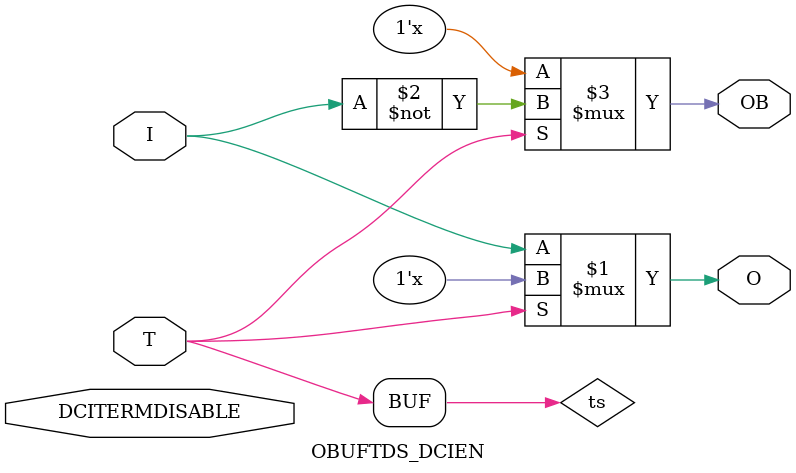
<source format=v>

`timescale  1 ps / 1 ps

module OBUFTDS_DCIEN (O, OB, DCITERMDISABLE, I, T);

    parameter IOSTANDARD = "DEFAULT";
    parameter SLEW = "SLOW";
   
    output O;
    output OB;

    input  DCITERMDISABLE;
    input  I;
    input  T;

    wire ts;

    or O1 (ts, T);
    bufif0 B1 (O, I, ts);
    notif0 N1 (OB, I, ts);

endmodule

</source>
